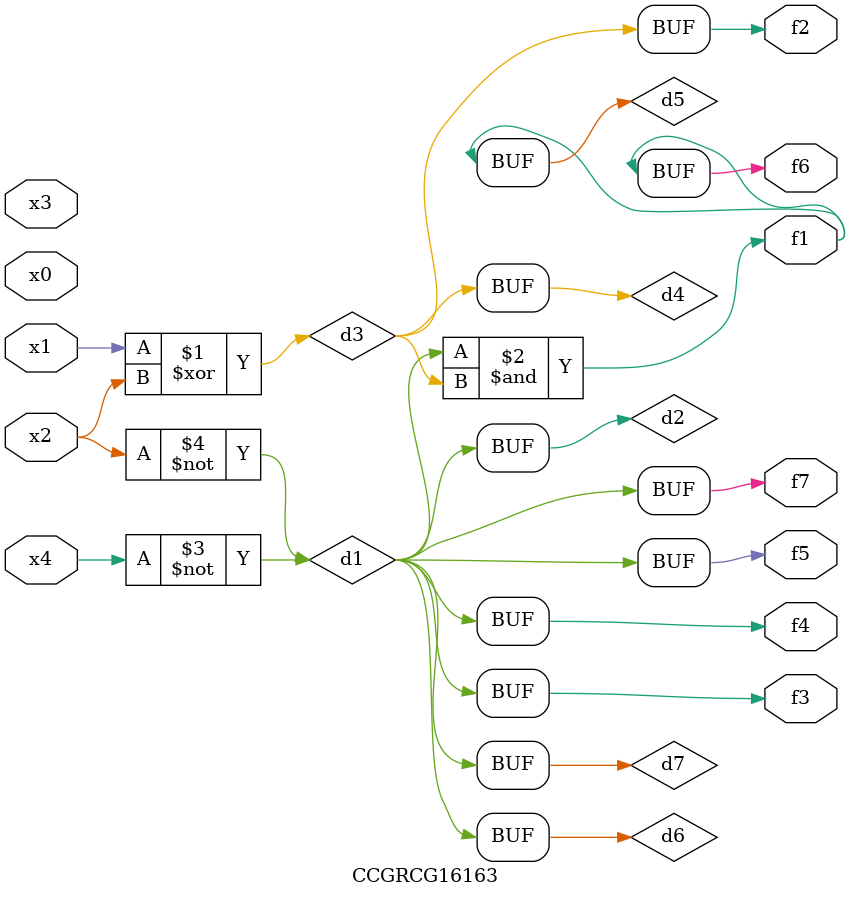
<source format=v>
module CCGRCG16163(
	input x0, x1, x2, x3, x4,
	output f1, f2, f3, f4, f5, f6, f7
);

	wire d1, d2, d3, d4, d5, d6, d7;

	not (d1, x4);
	not (d2, x2);
	xor (d3, x1, x2);
	buf (d4, d3);
	and (d5, d1, d3);
	buf (d6, d1, d2);
	buf (d7, d2);
	assign f1 = d5;
	assign f2 = d4;
	assign f3 = d7;
	assign f4 = d7;
	assign f5 = d7;
	assign f6 = d5;
	assign f7 = d7;
endmodule

</source>
